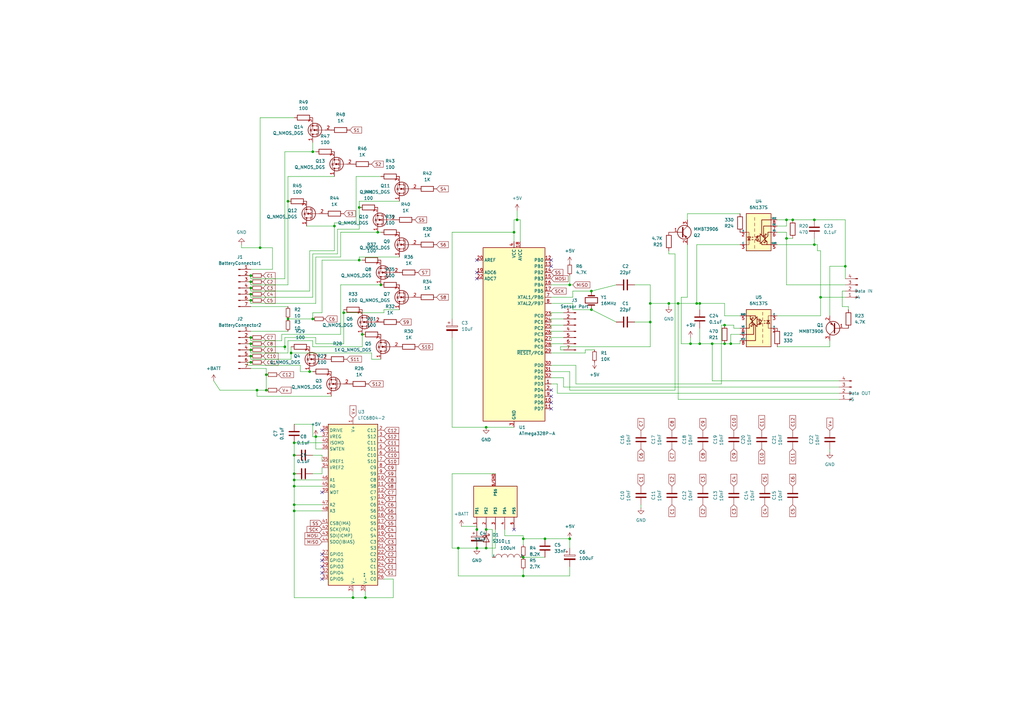
<source format=kicad_sch>
(kicad_sch (version 20211123) (generator eeschema)
  (paper "A3")
  (junction (at 154.94 95.25))
  (junction (at 325.12 90.17))
  (junction (at 116.84 142.24))
  (junction (at 334.01 100.33))
  (junction (at 336.55 121.92))
  (junction (at 199.39 224.79))
  (junction (at 297.18 140.97))
  (junction (at 120.65 207.01))
  (junction (at 118.11 130.81))
  (junction (at 287.02 124.46))
  (junction (at 195.58 217.17))
  (junction (at 292.1 140.97))
  (junction (at 149.86 245.11))
  (junction (at 144.78 245.11))
  (junction (at 274.32 124.46))
  (junction (at 223.52 220.98))
  (junction (at 102.87 118.11))
  (junction (at 214.63 236.22))
  (junction (at 278.13 124.46))
  (junction (at 285.75 124.46))
  (junction (at 137.16 92.71))
  (junction (at 283.21 140.97))
  (junction (at 297.18 133.35))
  (junction (at 102.87 140.97))
  (junction (at 119.38 144.78))
  (junction (at 120.65 209.55))
  (junction (at 187.96 224.79))
  (junction (at 102.87 143.51))
  (junction (at 214.63 228.6))
  (junction (at 233.68 116.84))
  (junction (at 210.82 95.25))
  (junction (at 147.32 106.68))
  (junction (at 199.39 175.26))
  (junction (at 102.87 115.57))
  (junction (at 266.7 132.08))
  (junction (at 242.57 119.38))
  (junction (at 140.97 128.27))
  (junction (at 334.01 90.17))
  (junction (at 242.57 127))
  (junction (at 128.27 62.23))
  (junction (at 109.22 160.02))
  (junction (at 199.39 217.17))
  (junction (at 322.58 97.79))
  (junction (at 102.87 120.65))
  (junction (at 118.11 82.55))
  (junction (at 266.7 124.46))
  (junction (at 109.22 153.67))
  (junction (at 148.59 137.16))
  (junction (at 346.71 109.22))
  (junction (at 299.72 140.97))
  (junction (at 233.68 220.98))
  (junction (at 102.87 123.19))
  (junction (at 120.65 186.69))
  (junction (at 195.58 224.79))
  (junction (at 212.09 90.17))
  (junction (at 102.87 148.59))
  (junction (at 102.87 146.05))
  (junction (at 120.65 194.31))
  (junction (at 127 152.4))
  (junction (at 287.02 140.97))
  (junction (at 106.68 101.6))
  (junction (at 322.58 90.17))
  (junction (at 156.21 116.84))
  (junction (at 147.32 85.09))
  (junction (at 129.54 179.07))
  (junction (at 120.65 199.39))
  (junction (at 214.63 220.98))
  (junction (at 105.41 160.02))
  (junction (at 102.87 113.03))
  (junction (at 128.27 130.81))
  (junction (at 120.65 196.85))
  (junction (at 102.87 138.43))
  (junction (at 120.65 181.61))
  (no_connect (at 195.58 106.68))
  (no_connect (at 226.06 109.22))
  (no_connect (at 226.06 106.68))
  (no_connect (at 226.06 160.02))
  (no_connect (at 226.06 162.56))
  (no_connect (at 226.06 165.1))
  (no_connect (at 226.06 167.64))
  (no_connect (at 195.58 111.76))
  (no_connect (at 195.58 114.3))
  (no_connect (at 210.82 217.17))
  (no_connect (at 132.08 176.53))
  (no_connect (at 132.08 237.49))
  (no_connect (at 132.08 234.95))
  (no_connect (at 132.08 232.41))
  (no_connect (at 132.08 229.87))
  (no_connect (at 132.08 227.33))
  (no_connect (at 132.08 201.93))
  (wire (pts (xy 212.09 90.17) (xy 210.82 90.17)))
  (wire (pts (xy 109.22 153.67) (xy 109.22 160.02)))
  (wire (pts (xy 226.06 140.97) (xy 226.06 142.24)))
  (wire (pts (xy 102.87 142.24) (xy 116.84 142.24)))
  (wire (pts (xy 120.65 245.11) (xy 120.65 209.55)))
  (wire (pts (xy 274.32 102.87) (xy 274.32 104.14)))
  (wire (pts (xy 233.68 224.79) (xy 233.68 220.98)))
  (wire (pts (xy 128.27 121.92) (xy 102.87 121.92)))
  (wire (pts (xy 146.05 72.39) (xy 146.05 91.44)))
  (wire (pts (xy 102.87 135.89) (xy 118.11 135.89)))
  (wire (pts (xy 228.6 157.48) (xy 226.06 157.48)))
  (wire (pts (xy 128.27 58.42) (xy 128.27 62.23)))
  (wire (pts (xy 322.58 90.17) (xy 325.12 90.17)))
  (wire (pts (xy 260.35 116.84) (xy 266.7 116.84)))
  (wire (pts (xy 116.84 142.24) (xy 116.84 143.51)))
  (wire (pts (xy 231.14 135.89) (xy 226.06 135.89)))
  (wire (pts (xy 274.32 124.46) (xy 278.13 124.46)))
  (wire (pts (xy 102.87 114.3) (xy 102.87 113.03)))
  (wire (pts (xy 226.06 116.84) (xy 233.68 116.84)))
  (wire (pts (xy 340.36 129.54) (xy 340.36 109.22)))
  (wire (pts (xy 119.38 142.24) (xy 119.38 144.78)))
  (wire (pts (xy 322.58 97.79) (xy 325.12 97.79)))
  (wire (pts (xy 240.03 144.78) (xy 240.03 143.51)))
  (wire (pts (xy 234.95 121.92) (xy 234.95 119.38)))
  (wire (pts (xy 120.65 207.01) (xy 132.08 207.01)))
  (wire (pts (xy 226.06 144.78) (xy 240.03 144.78)))
  (wire (pts (xy 334.01 100.33) (xy 335.28 100.33)))
  (wire (pts (xy 203.2 217.17) (xy 203.2 224.79)))
  (wire (pts (xy 287.02 124.46) (xy 297.18 124.46)))
  (wire (pts (xy 120.65 173.99) (xy 128.27 173.99)))
  (wire (pts (xy 285.75 100.33) (xy 285.75 124.46)))
  (wire (pts (xy 120.65 199.39) (xy 120.65 207.01)))
  (wire (pts (xy 233.68 232.41) (xy 233.68 236.22)))
  (wire (pts (xy 226.06 154.94) (xy 231.14 154.94)))
  (wire (pts (xy 123.19 149.86) (xy 101.6 149.86)))
  (wire (pts (xy 156.21 147.32) (xy 152.4 147.32)))
  (wire (pts (xy 262.89 207.01) (xy 262.89 208.28)))
  (wire (pts (xy 292.1 140.97) (xy 297.18 140.97)))
  (wire (pts (xy 137.16 91.44) (xy 137.16 92.71)))
  (wire (pts (xy 128.27 142.24) (xy 148.59 142.24)))
  (wire (pts (xy 279.4 121.92) (xy 279.4 140.97)))
  (wire (pts (xy 187.96 224.79) (xy 187.96 236.22)))
  (wire (pts (xy 344.17 161.29) (xy 228.6 161.29)))
  (wire (pts (xy 340.36 184.15) (xy 340.36 185.42)))
  (wire (pts (xy 120.65 181.61) (xy 120.65 186.69)))
  (wire (pts (xy 139.7 116.84) (xy 139.7 137.16)))
  (wire (pts (xy 210.82 175.26) (xy 199.39 175.26)))
  (wire (pts (xy 102.87 125.73) (xy 118.11 125.73)))
  (wire (pts (xy 240.03 143.51) (xy 243.84 143.51)))
  (wire (pts (xy 125.73 92.71) (xy 137.16 92.71)))
  (wire (pts (xy 266.7 116.84) (xy 266.7 124.46)))
  (wire (pts (xy 139.7 137.16) (xy 115.57 137.16)))
  (wire (pts (xy 102.87 144.78) (xy 118.11 144.78)))
  (wire (pts (xy 120.65 186.69) (xy 120.65 194.31)))
  (wire (pts (xy 128.27 62.23) (xy 129.54 62.23)))
  (wire (pts (xy 129.54 179.07) (xy 129.54 184.15)))
  (wire (pts (xy 102.87 139.7) (xy 102.87 138.43)))
  (wire (pts (xy 322.58 90.17) (xy 322.58 92.71)))
  (wire (pts (xy 147.32 85.09) (xy 147.32 93.98)))
  (wire (pts (xy 214.63 228.6) (xy 223.52 228.6)))
  (wire (pts (xy 195.58 224.79) (xy 199.39 224.79)))
  (wire (pts (xy 199.39 224.79) (xy 203.2 224.79)))
  (wire (pts (xy 156.21 116.84) (xy 139.7 116.84)))
  (wire (pts (xy 336.55 121.92) (xy 336.55 129.54)))
  (wire (pts (xy 346.71 109.22) (xy 346.71 90.17)))
  (wire (pts (xy 140.97 128.27) (xy 140.97 140.97)))
  (wire (pts (xy 335.28 100.33) (xy 335.28 102.87)))
  (wire (pts (xy 226.06 133.35) (xy 226.06 134.62)))
  (wire (pts (xy 106.68 101.6) (xy 99.06 101.6)))
  (wire (pts (xy 226.06 152.4) (xy 233.68 152.4)))
  (wire (pts (xy 346.71 121.92) (xy 336.55 121.92)))
  (wire (pts (xy 116.84 62.23) (xy 116.84 114.3)))
  (wire (pts (xy 281.94 121.92) (xy 279.4 121.92)))
  (wire (pts (xy 147.32 105.41) (xy 163.83 105.41)))
  (wire (pts (xy 233.68 116.84) (xy 234.95 116.84)))
  (wire (pts (xy 163.83 127) (xy 157.48 127)))
  (wire (pts (xy 129.54 124.46) (xy 102.87 124.46)))
  (wire (pts (xy 260.35 132.08) (xy 266.7 132.08)))
  (wire (pts (xy 318.77 142.24) (xy 340.36 142.24)))
  (wire (pts (xy 231.14 154.94) (xy 231.14 158.75)))
  (wire (pts (xy 278.13 163.83) (xy 278.13 124.46)))
  (wire (pts (xy 303.53 100.33) (xy 285.75 100.33)))
  (wire (pts (xy 156.21 95.25) (xy 154.94 95.25)))
  (wire (pts (xy 120.65 199.39) (xy 120.65 196.85)))
  (wire (pts (xy 185.42 95.25) (xy 185.42 130.81)))
  (wire (pts (xy 129.54 184.15) (xy 132.08 184.15)))
  (wire (pts (xy 226.06 149.86) (xy 236.22 149.86)))
  (wire (pts (xy 123.19 152.4) (xy 123.19 149.86)))
  (wire (pts (xy 132.08 106.68) (xy 132.08 128.27)))
  (wire (pts (xy 226.06 130.81) (xy 226.06 132.08)))
  (wire (pts (xy 128.27 179.07) (xy 129.54 179.07)))
  (wire (pts (xy 303.53 137.16) (xy 299.72 137.16)))
  (wire (pts (xy 231.14 128.27) (xy 226.06 128.27)))
  (wire (pts (xy 102.87 124.46) (xy 102.87 123.19)))
  (wire (pts (xy 118.11 72.39) (xy 118.11 82.55)))
  (wire (pts (xy 135.89 162.56) (xy 105.41 162.56)))
  (wire (pts (xy 300.99 134.62) (xy 303.53 134.62)))
  (wire (pts (xy 207.01 219.71) (xy 214.63 219.71)))
  (wire (pts (xy 266.7 124.46) (xy 266.7 132.08)))
  (wire (pts (xy 128.27 186.69) (xy 132.08 186.69)))
  (wire (pts (xy 140.97 140.97) (xy 129.54 140.97)))
  (wire (pts (xy 276.86 104.14) (xy 276.86 160.02)))
  (wire (pts (xy 278.13 124.46) (xy 285.75 124.46)))
  (wire (pts (xy 185.42 194.31) (xy 185.42 224.79)))
  (wire (pts (xy 149.86 242.57) (xy 149.86 245.11)))
  (wire (pts (xy 102.87 142.24) (xy 102.87 140.97)))
  (wire (pts (xy 199.39 217.17) (xy 201.93 217.17)))
  (wire (pts (xy 128.27 173.99) (xy 128.27 179.07)))
  (wire (pts (xy 115.57 137.16) (xy 115.57 139.7)))
  (wire (pts (xy 152.4 147.32) (xy 152.4 144.78)))
  (wire (pts (xy 144.78 242.57) (xy 144.78 245.11)))
  (wire (pts (xy 144.78 245.11) (xy 149.86 245.11)))
  (wire (pts (xy 161.29 237.49) (xy 161.29 245.11)))
  (wire (pts (xy 106.68 48.26) (xy 106.68 101.6)))
  (wire (pts (xy 226.06 138.43) (xy 226.06 139.7)))
  (wire (pts (xy 281.94 87.63) (xy 281.94 90.17)))
  (wire (pts (xy 149.86 245.11) (xy 161.29 245.11)))
  (wire (pts (xy 118.11 116.84) (xy 102.87 116.84)))
  (wire (pts (xy 213.36 99.06) (xy 213.36 90.17)))
  (wire (pts (xy 281.94 100.33) (xy 281.94 121.92)))
  (wire (pts (xy 109.22 151.13) (xy 109.22 153.67)))
  (wire (pts (xy 128.27 142.24) (xy 128.27 139.7)))
  (wire (pts (xy 300.99 133.35) (xy 300.99 134.62)))
  (wire (pts (xy 120.65 194.31) (xy 120.65 196.85)))
  (wire (pts (xy 152.4 144.78) (xy 119.38 144.78)))
  (wire (pts (xy 285.75 124.46) (xy 287.02 124.46)))
  (wire (pts (xy 139.7 95.25) (xy 139.7 105.41)))
  (wire (pts (xy 102.87 144.78) (xy 102.87 143.51)))
  (wire (pts (xy 226.06 124.46) (xy 234.95 124.46)))
  (wire (pts (xy 102.87 121.92) (xy 102.87 120.65)))
  (wire (pts (xy 213.36 90.17) (xy 212.09 90.17)))
  (wire (pts (xy 132.08 186.69) (xy 132.08 189.23)))
  (wire (pts (xy 128.27 104.14) (xy 128.27 121.92)))
  (wire (pts (xy 154.94 95.25) (xy 139.7 95.25)))
  (wire (pts (xy 132.08 209.55) (xy 120.65 209.55)))
  (wire (pts (xy 346.71 116.84) (xy 322.58 116.84)))
  (wire (pts (xy 303.53 129.54) (xy 297.18 129.54)))
  (wire (pts (xy 252.73 116.84) (xy 242.57 119.38)))
  (wire (pts (xy 231.14 133.35) (xy 226.06 133.35)))
  (wire (pts (xy 129.54 140.97) (xy 129.54 138.43)))
  (wire (pts (xy 228.6 161.29) (xy 228.6 157.48)))
  (wire (pts (xy 127 102.87) (xy 127 119.38)))
  (wire (pts (xy 138.43 93.98) (xy 138.43 104.14)))
  (wire (pts (xy 295.91 157.48) (xy 295.91 133.35)))
  (wire (pts (xy 229.87 142.24) (xy 266.7 142.24)))
  (wire (pts (xy 132.08 181.61) (xy 120.65 181.61)))
  (wire (pts (xy 147.32 105.41) (xy 147.32 106.68)))
  (wire (pts (xy 231.14 158.75) (xy 344.17 158.75)))
  (wire (pts (xy 236.22 149.86) (xy 236.22 157.48)))
  (wire (pts (xy 252.73 132.08) (xy 242.57 127)))
  (wire (pts (xy 233.68 236.22) (xy 214.63 236.22)))
  (wire (pts (xy 233.68 113.03) (xy 233.68 116.84)))
  (wire (pts (xy 147.32 82.55) (xy 163.83 82.55)))
  (wire (pts (xy 299.72 140.97) (xy 303.53 140.97)))
  (wire (pts (xy 318.77 129.54) (xy 336.55 129.54)))
  (wire (pts (xy 146.05 91.44) (xy 137.16 91.44)))
  (wire (pts (xy 234.95 127) (xy 242.57 127)))
  (wire (pts (xy 266.7 124.46) (xy 274.32 124.46)))
  (wire (pts (xy 101.6 148.59) (xy 102.87 148.59)))
  (wire (pts (xy 105.41 160.02) (xy 109.22 160.02)))
  (wire (pts (xy 119.38 144.78) (xy 119.38 147.32)))
  (wire (pts (xy 118.11 139.7) (xy 118.11 144.78)))
  (wire (pts (xy 129.54 138.43) (xy 116.84 138.43)))
  (wire (pts (xy 318.77 95.25) (xy 322.58 95.25)))
  (wire (pts (xy 347.98 125.73) (xy 345.44 125.73)))
  (wire (pts (xy 346.71 114.3) (xy 346.71 109.22)))
  (wire (pts (xy 116.84 114.3) (xy 102.87 114.3)))
  (wire (pts (xy 111.76 110.49) (xy 111.76 101.6)))
  (wire (pts (xy 128.27 128.27) (xy 128.27 130.81)))
  (wire (pts (xy 229.87 143.51) (xy 229.87 142.24)))
  (wire (pts (xy 139.7 105.41) (xy 129.54 105.41)))
  (wire (pts (xy 90.17 160.02) (xy 105.41 160.02)))
  (wire (pts (xy 102.87 118.11) (xy 102.87 119.38)))
  (wire (pts (xy 344.17 156.21) (xy 292.1 156.21)))
  (wire (pts (xy 116.84 138.43) (xy 116.84 142.24)))
  (wire (pts (xy 138.43 104.14) (xy 128.27 104.14)))
  (wire (pts (xy 187.96 224.79) (xy 195.58 224.79)))
  (wire (pts (xy 233.68 160.02) (xy 276.86 160.02)))
  (wire (pts (xy 132.08 194.31) (xy 132.08 191.77)))
  (wire (pts (xy 231.14 138.43) (xy 226.06 138.43)))
  (wire (pts (xy 118.11 139.7) (xy 128.27 139.7)))
  (wire (pts (xy 137.16 72.39) (xy 118.11 72.39)))
  (wire (pts (xy 129.54 105.41) (xy 129.54 124.46)))
  (wire (pts (xy 233.68 152.4) (xy 233.68 160.02)))
  (wire (pts (xy 334.01 90.17) (xy 346.71 90.17)))
  (wire (pts (xy 156.21 72.39) (xy 146.05 72.39)))
  (wire (pts (xy 203.2 194.31) (xy 185.42 194.31)))
  (wire (pts (xy 118.11 130.81) (xy 128.27 130.81)))
  (wire (pts (xy 132.08 199.39) (xy 120.65 199.39)))
  (wire (pts (xy 105.41 162.56) (xy 105.41 160.02)))
  (wire (pts (xy 137.16 92.71) (xy 137.16 102.87)))
  (wire (pts (xy 287.02 140.97) (xy 292.1 140.97)))
  (wire (pts (xy 127 152.4) (xy 123.19 152.4)))
  (wire (pts (xy 102.87 115.57) (xy 102.87 116.84)))
  (wire (pts (xy 157.48 237.49) (xy 161.29 237.49)))
  (wire (pts (xy 132.08 128.27) (xy 128.27 128.27)))
  (wire (pts (xy 318.77 92.71) (xy 322.58 92.71)))
  (wire (pts (xy 144.78 245.11) (xy 120.65 245.11)))
  (wire (pts (xy 116.84 62.23) (xy 128.27 62.23)))
  (wire (pts (xy 128.27 152.4) (xy 127 152.4)))
  (wire (pts (xy 127 119.38) (xy 102.87 119.38)))
  (wire (pts (xy 234.95 124.46) (xy 234.95 127)))
  (wire (pts (xy 274.32 124.46) (xy 274.32 125.73)))
  (wire (pts (xy 318.77 100.33) (xy 334.01 100.33)))
  (wire (pts (xy 137.16 102.87) (xy 127 102.87)))
  (wire (pts (xy 295.91 133.35) (xy 297.18 133.35)))
  (wire (pts (xy 106.68 48.26) (xy 120.65 48.26)))
  (wire (pts (xy 210.82 95.25) (xy 185.42 95.25)))
  (wire (pts (xy 148.59 106.68) (xy 147.32 106.68)))
  (wire (pts (xy 140.97 127) (xy 140.97 128.27)))
  (wire (pts (xy 334.01 97.79) (xy 334.01 100.33)))
  (wire (pts (xy 101.6 149.86) (xy 101.6 148.59)))
  (wire (pts (xy 207.01 217.17) (xy 207.01 219.71)))
  (wire (pts (xy 102.87 147.32) (xy 102.87 146.05)))
  (wire (pts (xy 214.63 220.98) (xy 223.52 220.98)))
  (wire (pts (xy 102.87 151.13) (xy 109.22 151.13)))
  (wire (pts (xy 119.38 147.32) (xy 102.87 147.32)))
  (wire (pts (xy 147.32 82.55) (xy 147.32 85.09)))
  (wire (pts (xy 226.06 121.92) (xy 234.95 121.92)))
  (wire (pts (xy 231.14 143.51) (xy 229.87 143.51)))
  (wire (pts (xy 195.58 215.9) (xy 195.58 217.17)))
  (wire (pts (xy 287.02 134.62) (xy 287.02 140.97)))
  (wire (pts (xy 336.55 102.87) (xy 335.28 102.87)))
  (wire (pts (xy 118.11 82.55) (xy 118.11 116.84)))
  (wire (pts (xy 157.48 127) (xy 157.48 128.27)))
  (wire (pts (xy 345.44 119.38) (xy 346.71 119.38)))
  (wire (pts (xy 147.32 106.68) (xy 132.08 106.68)))
  (wire (pts (xy 111.76 101.6) (xy 106.68 101.6)))
  (wire (pts (xy 336.55 102.87) (xy 336.55 121.92)))
  (wire (pts (xy 102.87 110.49) (xy 111.76 110.49)))
  (wire (pts (xy 266.7 142.24) (xy 266.7 132.08)))
  (wire (pts (xy 132.08 179.07) (xy 129.54 179.07)))
  (wire (pts (xy 147.32 93.98) (xy 138.43 93.98)))
  (wire (pts (xy 99.06 100.33) (xy 99.06 101.6)))
  (wire (pts (xy 322.58 95.25) (xy 322.58 97.79)))
  (wire (pts (xy 189.23 215.9) (xy 195.58 215.9)))
  (wire (pts (xy 115.57 139.7) (xy 102.87 139.7)))
  (wire (pts (xy 303.53 87.63) (xy 281.94 87.63)))
  (wire (pts (xy 233.68 220.98) (xy 223.52 220.98)))
  (wire (pts (xy 297.18 129.54) (xy 297.18 124.46)))
  (wire (pts (xy 148.59 137.16) (xy 148.59 142.24)))
  (wire (pts (xy 87.63 156.21) (xy 90.17 160.02)))
  (wire (pts (xy 210.82 95.25) (xy 210.82 99.06)))
  (wire (pts (xy 199.39 175.26) (xy 185.42 175.26)))
  (wire (pts (xy 347.98 127) (xy 347.98 125.73)))
  (wire (pts (xy 297.18 133.35) (xy 300.99 133.35)))
  (wire (pts (xy 226.06 135.89) (xy 226.06 137.16)))
  (wire (pts (xy 318.77 90.17) (xy 322.58 90.17)))
  (wire (pts (xy 128.27 194.31) (xy 132.08 194.31)))
  (wire (pts (xy 187.96 236.22) (xy 214.63 236.22)))
  (wire (pts (xy 325.12 90.17) (xy 334.01 90.17)))
  (wire (pts (xy 279.4 140.97) (xy 283.21 140.97)))
  (wire (pts (xy 322.58 116.84) (xy 322.58 97.79)))
  (wire (pts (xy 210.82 90.17) (xy 210.82 95.25)))
  (wire (pts (xy 283.21 140.97) (xy 287.02 140.97)))
  (wire (pts (xy 340.36 142.24) (xy 340.36 139.7)))
  (wire (pts (xy 214.63 233.68) (xy 214.63 236.22)))
  (wire (pts (xy 212.09 86.36) (xy 212.09 90.17)))
  (wire (pts (xy 303.53 140.97) (xy 303.53 139.7)))
  (wire (pts (xy 236.22 157.48) (xy 295.91 157.48)))
  (wire (pts (xy 157.48 128.27) (xy 140.97 128.27)))
  (wire (pts (xy 226.06 128.27) (xy 226.06 129.54)))
  (wire (pts (xy 299.72 137.16) (xy 299.72 140.97)))
  (wire (pts (xy 214.63 220.98) (xy 214.63 223.52)))
  (wire (pts (xy 274.32 104.14) (xy 276.86 104.14)))
  (wire (pts (xy 231.14 130.81) (xy 226.06 130.81)))
  (wire (pts (xy 185.42 224.79) (xy 187.96 224.79)))
  (wire (pts (xy 120.65 209.55) (xy 120.65 207.01)))
  (wire (pts (xy 120.65 196.85) (xy 132.08 196.85)))
  (wire (pts (xy 292.1 156.21) (xy 292.1 140.97)))
  (wire (pts (xy 201.93 217.17) (xy 201.93 228.6)))
  (wire (pts (xy 344.17 163.83) (xy 278.13 163.83)))
  (wire (pts (xy 297.18 140.97) (xy 299.72 140.97)))
  (wire (pts (xy 185.42 138.43) (xy 185.42 175.26)))
  (wire (pts (xy 231.14 140.97) (xy 226.06 140.97)))
  (wire (pts (xy 234.95 119.38) (xy 242.57 119.38)))
  (wire (pts (xy 345.44 125.73) (xy 345.44 119.38)))
  (wire (pts (xy 287.02 124.46) (xy 287.02 127)))
  (wire (pts (xy 214.63 219.71) (xy 214.63 220.98)))
  (wire (pts (xy 340.36 109.22) (xy 346.71 109.22)))
  (wire (pts (xy 283.21 138.43) (xy 283.21 140.97)))
  (global_label "MOSI" (shape input) (at 132.08 219.71 180) (property "Intersheet References" "${INTERSHEET_REFS}" (effects hide)))
  (global_label "S6" (shape input) (at 179.07 100.33 0) (property "Intersheet References" "${INTERSHEET_REFS}" (effects hide)))
  (global_label "SS" (shape input) (at 132.08 214.63 180) (property "Intersheet References" "${INTERSHEET_REFS}" (effects hide)))
  (global_label "C1" (shape input) (at 262.89 199.39 90) (property "Intersheet References" "${INTERSHEET_REFS}" (effects hide)))
  (global_label "C5" (shape input) (at 107.95 123.19 0) (property "Intersheet References" "${INTERSHEET_REFS}" (effects hide)))
  (global_label "C12" (shape input) (at 157.48 176.53 0) (property "Intersheet References" "${INTERSHEET_REFS}" (effects hide)))
  (global_label "C1" (shape input) (at 275.59 207.01 270) (property "Intersheet References" "${INTERSHEET_REFS}" (effects hide)))
  (global_label "S12" (shape input) (at 157.48 179.07 0) (property "Intersheet References" "${INTERSHEET_REFS}" (effects hide)))
  (global_label "C9" (shape input) (at 300.99 184.15 270) (property "Intersheet References" "${INTERSHEET_REFS}" (effects hide)))
  (global_label "C5" (shape input) (at 325.12 207.01 270) (property "Intersheet References" "${INTERSHEET_REFS}" (effects hide)))
  (global_label "C11" (shape input) (at 157.48 181.61 0) (property "Intersheet References" "${INTERSHEET_REFS}" (effects hide)))
  (global_label "MOSI" (shape input) (at 226.06 114.3 0) (property "Intersheet References" "${INTERSHEET_REFS}" (effects hide)))
  (global_label "C2" (shape input) (at 107.95 115.57 0) (property "Intersheet References" "${INTERSHEET_REFS}" (effects hide)))
  (global_label "C8" (shape input) (at 157.48 196.85 0) (property "Intersheet References" "${INTERSHEET_REFS}" (effects hide)))
  (global_label "C7" (shape input) (at 275.59 184.15 270) (property "Intersheet References" "${INTERSHEET_REFS}" (effects hide)))
  (global_label "C10" (shape input) (at 107.95 146.05 0) (property "Intersheet References" "${INTERSHEET_REFS}" (effects hide)))
  (global_label "SS" (shape input) (at 226.06 111.76 0) (property "Intersheet References" "${INTERSHEET_REFS}" (effects hide)))
  (global_label "C3" (shape input) (at 157.48 222.25 0) (property "Intersheet References" "${INTERSHEET_REFS}" (effects hide)))
  (global_label "C6" (shape input) (at 157.48 207.01 0) (property "Intersheet References" "${INTERSHEET_REFS}" (effects hide)))
  (global_label "C4" (shape input) (at 300.99 199.39 90) (property "Intersheet References" "${INTERSHEET_REFS}" (effects hide)))
  (global_label "C9" (shape input) (at 107.95 143.51 0) (property "Intersheet References" "${INTERSHEET_REFS}" (effects hide)))
  (global_label "C1" (shape input) (at 157.48 232.41 0) (property "Intersheet References" "${INTERSHEET_REFS}" (effects hide)))
  (global_label "S3" (shape input) (at 157.48 224.79 0) (property "Intersheet References" "${INTERSHEET_REFS}" (effects hide)))
  (global_label "C9" (shape input) (at 288.29 176.53 90) (property "Intersheet References" "${INTERSHEET_REFS}" (effects hide)))
  (global_label "C7" (shape input) (at 262.89 176.53 90) (property "Intersheet References" "${INTERSHEET_REFS}" (effects hide)))
  (global_label "C4" (shape input) (at 107.95 120.65 0) (property "Intersheet References" "${INTERSHEET_REFS}" (effects hide)))
  (global_label "C2" (shape input) (at 157.48 227.33 0) (property "Intersheet References" "${INTERSHEET_REFS}" (effects hide)))
  (global_label "V+" (shape input) (at 340.36 176.53 90) (property "Intersheet References" "${INTERSHEET_REFS}" (effects hide)))
  (global_label "S1" (shape input) (at 143.51 53.34 0) (property "Intersheet References" "${INTERSHEET_REFS}" (effects hide)))
  (global_label "S8" (shape input) (at 157.48 199.39 0) (property "Intersheet References" "${INTERSHEET_REFS}" (effects hide)))
  (global_label "C6" (shape input) (at 133.35 130.81 0) (property "Intersheet References" "${INTERSHEET_REFS}" (effects hide)))
  (global_label "C12" (shape input) (at 325.12 176.53 90) (property "Intersheet References" "${INTERSHEET_REFS}" (effects hide)))
  (global_label "C2" (shape input) (at 275.59 199.39 90) (property "Intersheet References" "${INTERSHEET_REFS}" (effects hide)))
  (global_label "C1" (shape input) (at 107.95 113.03 0) (property "Intersheet References" "${INTERSHEET_REFS}" (effects hide)))
  (global_label "MISO" (shape input) (at 234.95 116.84 0) (property "Intersheet References" "${INTERSHEET_REFS}" (effects hide)))
  (global_label "S2" (shape input) (at 157.48 229.87 0) (property "Intersheet References" "${INTERSHEET_REFS}" (effects hide)))
  (global_label "C12" (shape input) (at 114.3 153.67 0) (property "Intersheet References" "${INTERSHEET_REFS}" (effects hide)))
  (global_label "C4" (shape input) (at 313.69 207.01 270) (property "Intersheet References" "${INTERSHEET_REFS}" (effects hide)))
  (global_label "C5" (shape input) (at 313.69 199.39 90) (property "Intersheet References" "${INTERSHEET_REFS}" (effects hide)))
  (global_label "C11" (shape input) (at 107.95 148.59 0) (property "Intersheet References" "${INTERSHEET_REFS}" (effects hide)))
  (global_label "C10" (shape input) (at 157.48 186.69 0) (property "Intersheet References" "${INTERSHEET_REFS}" (effects hide)))
  (global_label "C8" (shape input) (at 107.95 140.97 0) (property "Intersheet References" "${INTERSHEET_REFS}" (effects hide)))
  (global_label "V+" (shape input) (at 114.3 160.02 0) (property "Intersheet References" "${INTERSHEET_REFS}" (effects hide)))
  (global_label "C3" (shape input) (at 300.99 207.01 270) (property "Intersheet References" "${INTERSHEET_REFS}" (effects hide)))
  (global_label "C2" (shape input) (at 288.29 207.01 270) (property "Intersheet References" "${INTERSHEET_REFS}" (effects hide)))
  (global_label "S5" (shape input) (at 157.48 214.63 0) (property "Intersheet References" "${INTERSHEET_REFS}" (effects hide)))
  (global_label "C6" (shape input) (at 325.12 199.39 90) (property "Intersheet References" "${INTERSHEET_REFS}" (effects hide)))
  (global_label "SCK" (shape input) (at 132.08 217.17 180) (property "Intersheet References" "${INTERSHEET_REFS}" (effects hide)))
  (global_label "C11" (shape input) (at 325.12 184.15 270) (property "Intersheet References" "${INTERSHEET_REFS}" (effects hide)))
  (global_label "S7" (shape input) (at 157.48 204.47 0) (property "Intersheet References" "${INTERSHEET_REFS}" (effects hide)))
  (global_label "C8" (shape input) (at 288.29 184.15 270) (property "Intersheet References" "${INTERSHEET_REFS}" (effects hide)))
  (global_label "SCK" (shape input) (at 226.06 119.38 0) (property "Intersheet References" "${INTERSHEET_REFS}" (effects hide)))
  (global_label "C6" (shape input) (at 262.89 184.15 270) (property "Intersheet References" "${INTERSHEET_REFS}" (effects hide)))
  (global_label "S3" (shape input) (at 140.97 87.63 0) (property "Intersheet References" "${INTERSHEET_REFS}" (effects hide)))
  (global_label "C11" (shape input) (at 312.42 176.53 90) (property "Intersheet References" "${INTERSHEET_REFS}" (effects hide)))
  (global_label "S12" (shape input) (at 151.13 157.48 0) (property "Intersheet References" "${INTERSHEET_REFS}" (effects hide)))
  (global_label "C10" (shape input) (at 312.42 184.15 270) (property "Intersheet References" "${INTERSHEET_REFS}" (effects hide)))
  (global_label "C7" (shape input) (at 107.95 138.43 0) (property "Intersheet References" "${INTERSHEET_REFS}" (effects hide)))
  (global_label "S11" (shape input) (at 142.24 147.32 0) (property "Intersheet References" "${INTERSHEET_REFS}" (effects hide)))
  (global_label "S6" (shape input) (at 157.48 209.55 0) (property "Intersheet References" "${INTERSHEET_REFS}" (effects hide)))
  (global_label "S11" (shape input) (at 157.48 184.15 0) (property "Intersheet References" "${INTERSHEET_REFS}" (effects hide)))
  (global_label "S10" (shape input) (at 171.45 142.24 0) (property "Intersheet References" "${INTERSHEET_REFS}" (effects hide)))
  (global_label "C7" (shape input) (at 157.48 201.93 0) (property "Intersheet References" "${INTERSHEET_REFS}" (effects hide)))
  (global_label "S8" (shape input) (at 179.07 121.92 0) (property "Intersheet References" "${INTERSHEET_REFS}" (effects hide)))
  (global_label "S9" (shape input) (at 163.83 132.08 0) (property "Intersheet References" "${INTERSHEET_REFS}" (effects hide)))
  (global_label "S7" (shape input) (at 171.45 111.76 0) (property "Intersheet References" "${INTERSHEET_REFS}" (effects hide)))
  (global_label "S9" (shape input) (at 157.48 194.31 0) (property "Intersheet References" "${INTERSHEET_REFS}" (effects hide)))
  (global_label "C9" (shape input) (at 157.48 191.77 0) (property "Intersheet References" "${INTERSHEET_REFS}" (effects hide)))
  (global_label "C8" (shape input) (at 275.59 176.53 90) (property "Intersheet References" "${INTERSHEET_REFS}" (effects hide)))
  (global_label "C5" (shape input) (at 157.48 212.09 0) (property "Intersheet References" "${INTERSHEET_REFS}" (effects hide)))
  (global_label "C3" (shape input) (at 288.29 199.39 90) (property "Intersheet References" "${INTERSHEET_REFS}" (effects hide)))
  (global_label "S2" (shape input) (at 152.4 67.31 0) (property "Intersheet References" "${INTERSHEET_REFS}" (effects hide)))
  (global_label "V+" (shape input) (at 144.78 171.45 90) (property "Intersheet References" "${INTERSHEET_REFS}" (effects hide)))
  (global_label "S5" (shape input) (at 170.18 90.17 0) (property "Intersheet References" "${INTERSHEET_REFS}" (effects hide)))
  (global_label "C4" (shape input) (at 157.48 217.17 0) (property "Intersheet References" "${INTERSHEET_REFS}" (effects hide)))
  (global_label "S1" (shape input) (at 157.48 234.95 0) (property "Intersheet References" "${INTERSHEET_REFS}" (effects hide)))
  (global_label "S4" (shape input) (at 179.07 77.47 0) (property "Intersheet References" "${INTERSHEET_REFS}" (effects hide)))
  (global_label "MISO" (shape input) (at 132.08 222.25 180) (property "Intersheet References" "${INTERSHEET_REFS}" (effects hide)))
  (global_label "C10" (shape input) (at 300.99 176.53 90) (property "Intersheet References" "${INTERSHEET_REFS}" (effects hide)))
  (global_label "S10" (shape input) (at 157.48 189.23 0) (property "Intersheet References" "${INTERSHEET_REFS}" (effects hide)))
  (global_label "C3" (shape input) (at 107.95 118.11 0) (property "Intersheet References" "${INTERSHEET_REFS}" (effects hide)))
  (global_label "S4" (shape input) (at 157.48 219.71 0) (property "Intersheet References" "${INTERSHEET_REFS}" (effects hide)))
  (symbol (lib_id "Device:R_Small") (at 105.41 115.57 90) (unit 1)
    (property "Reference" "R8" (effects hide))
    (property "Value" "100" (effects hide))
    (property "Footprint" "Resistor_SMD:R_0603_1608Metric_Pad0.98x0.95mm_HandSolder" (effects hide))
  )
  (symbol (lib_id "Device:C_Polarized") (at 233.68 228.6 0) (unit 1)
    (property "Reference" "C6" (at 237.49 226.4409 0) (effects (justify left)))
    (property "Value" "100uF" (at 237.49 228.9809 0) (effects (justify left)))
    (property "Footprint" "Capacitor_SMD:CP_Elec_3x5.3" (effects hide))
  )
  (symbol (lib_id "Device:R_Small") (at 105.41 120.65 90) (unit 1)
    (property "Reference" "R10" (effects hide))
    (property "Value" "100" (effects hide))
    (property "Footprint" "Resistor_SMD:R_0603_1608Metric_Pad0.98x0.95mm_HandSolder" (effects hide))
  )
  (symbol (lib_id "Device:C") (at 334.01 93.98 0) (unit 1)
    (property "Reference" "C23" (at 337.82 92.7099 0) (effects (justify left)))
    (property "Value" "0.1uF" (at 337.82 95.2499 0) (effects (justify left)))
    (property "Footprint" "Capacitor_SMD:C_0201_0603Metric_Pad0.64x0.40mm_HandSolder" (effects hide))
  )
  (symbol (lib_id "XL7015:XL7015") (at 203.2 207.01 0) (unit 1)
    (property "Reference" "U2" (effects hide))
    (property "Value" "XL7015" (effects hide))
    (property "Footprint" "TO-252-5L" (effects hide))
  )
  (symbol (lib_id "Device:R") (at 303.53 91.44 180) (unit 1)
    (property "Reference" "R24" (at 300.99 92.7101 0) (effects (justify left)))
    (property "Value" "330" (at 300.99 90.1701 0) (effects (justify left)))
    (property "Footprint" "Resistor_SMD:R_0201_0603Metric_Pad0.64x0.40mm_HandSolder" (effects hide))
  )
  (symbol (lib_id "Device:R") (at 121.92 82.55 270) (unit 1)
    (property "Reference" "R45" (at 121.92 76.2 90))
    (property "Value" "100" (at 121.92 78.74 90))
    (property "Footprint" "Resistor_SMD:R_0201_0603Metric_Pad0.64x0.40mm_HandSolder" (effects hide))
  )
  (symbol (lib_id "Device:C") (at 275.59 180.34 180) (unit 1)
    (property "Reference" "C17" (at 267.97 180.34 90))
    (property "Value" "10nF" (at 270.51 180.34 90))
    (property "Footprint" "Capacitor_SMD:C_0603_1608Metric_Pad1.08x0.95mm_HandSolder" (effects hide))
  )
  (symbol (lib_id "Device:R") (at 160.02 116.84 270) (unit 1)
    (property "Reference" "R35" (at 160.02 110.49 90))
    (property "Value" "100" (at 160.02 113.03 90))
    (property "Footprint" "Resistor_SMD:R_0201_0603Metric_Pad0.64x0.40mm_HandSolder" (effects hide))
  )
  (symbol (lib_id "Device:R_Small") (at 118.11 133.35 0) (unit 1)
    (property "Reference" "R3" (at 120.65 132.0799 0) (effects (justify left)))
    (property "Value" "10" (at 120.65 134.6199 0) (effects (justify left)))
  )
  (symbol (lib_id "Device:Q_NMOS_DGS") (at 151.13 132.08 180) (unit 1)
    (property "Reference" "Q6" (at 144.78 130.8099 0) (effects (justify left)))
    (property "Value" "Q_NMOS_DGS" (at 144.78 133.3499 0) (effects (justify left)))
  )
  (symbol (lib_id "Device:R_Small") (at 105.41 138.43 90) (unit 1)
    (property "Reference" "R13" (effects hide))
    (property "Value" "100" (effects hide))
    (property "Footprint" "Resistor_SMD:R_0603_1608Metric_Pad0.98x0.95mm_HandSolder" (effects hide))
  )
  (symbol (lib_id "Device:Q_NMOS_DGS") (at 157.48 90.17 180) (unit 1)
    (property "Reference" "Q10" (at 151.13 88.8999 0) (effects (justify left)))
    (property "Value" "Q_NMOS_DGS" (at 151.13 91.4399 0) (effects (justify left)))
  )
  (symbol (lib_id "Device:Q_NMOS_DGS") (at 139.7 67.31 180) (unit 1)
    (property "Reference" "Q13" (at 133.35 66.0399 0) (effects (justify left)))
    (property "Value" "Q_NMOS_DGS" (at 133.35 68.5799 0) (effects (justify left)))
  )
  (symbol (lib_id "Device:R") (at 318.77 138.43 0) (unit 1)
    (property "Reference" "R22" (at 321.31 137.1599 0) (effects (justify left)))
    (property "Value" "330" (at 321.31 139.6999 0) (effects (justify left)))
    (property "Footprint" "Resistor_SMD:R_0201_0603Metric_Pad0.64x0.40mm_HandSolder" (effects hide))
  )
  (symbol (lib_id "Connector:Conn_01x04_Male") (at 351.79 119.38 180) (unit 1)
    (property "Reference" "J4" (at 350.52 121.9201 0) (effects (justify right)))
    (property "Value" "Data IN" (at 350.52 119.3801 0) (effects (justify right)))
  )
  (symbol (lib_id "Device:R") (at 167.64 111.76 270) (unit 1)
    (property "Reference" "R36" (at 167.64 105.41 90))
    (property "Value" "1K" (at 167.64 107.95 90))
    (property "Footprint" "Resistor_SMD:R_0201_0603Metric_Pad0.64x0.40mm_HandSolder" (effects hide))
  )
  (symbol (lib_id "Device:C") (at 288.29 203.2 180) (unit 1)
    (property "Reference" "C12" (at 280.67 203.2 90))
    (property "Value" "10nF" (at 283.21 203.2 90))
    (property "Footprint" "Capacitor_SMD:C_0603_1608Metric_Pad1.08x0.95mm_HandSolder" (effects hide))
  )
  (symbol (lib_id "Device:C") (at 223.52 224.79 180) (unit 1)
    (property "Reference" "C5" (at 227.33 223.5199 0) (effects (justify right)))
    (property "Value" "33nF" (at 227.33 226.0599 0) (effects (justify right)))
    (property "Footprint" "Capacitor_SMD:C_0603_1608Metric_Pad1.08x0.95mm_HandSolder" (effects hide))
  )
  (symbol (lib_id "Device:Q_NMOS_DGS") (at 130.81 53.34 180) (unit 1)
    (property "Reference" "Q14" (at 124.46 52.0699 0) (effects (justify left)))
    (property "Value" "Q_NMOS_DGS" (at 124.46 54.6099 0) (effects (justify left)))
  )
  (symbol (lib_id "Transistor_BJT:MMBT3906") (at 342.9 134.62 180) (unit 1)
    (property "Reference" "Q1" (at 337.82 133.3499 0) (effects (justify left)))
    (property "Value" "MMBT3906" (at 337.82 135.8899 0) (effects (justify left)))
    (property "Footprint" "Package_TO_SOT_SMD:SOT-23" (effects hide))
    (property "Datasheet" "https://www.onsemi.com/pub/Collateral/2N3906-D.PDF" (effects hide))
  )
  (symbol (lib_id "Isolator:6N137") (at 311.15 134.62 180) (unit 1)
    (property "Reference" "U5" (at 311.15 121.92 0))
    (property "Value" "6N137S" (at 311.15 124.46 0))
    (property "Footprint" "Package_DIP:DIP-8_W7.62mm" (effects hide))
    (property "Datasheet" "https://docs.broadcom.com/docs/AV02-0940EN" (effects hide))
  )
  (symbol (lib_id "Device:C") (at 262.89 203.2 180) (unit 1)
    (property "Reference" "C10" (at 255.27 203.2 90))
    (property "Value" "10nF" (at 257.81 203.2 90))
    (property "Footprint" "Capacitor_SMD:C_0603_1608Metric_Pad1.08x0.95mm_HandSolder" (effects hide))
  )
  (symbol (lib_id "Device:R") (at 325.12 93.98 0) (unit 1)
    (property "Reference" "R20" (at 327.66 92.7099 0) (effects (justify left)))
    (property "Value" "470" (at 327.66 95.2499 0) (effects (justify left)))
    (property "Footprint" "Resistor_SMD:R_0201_0603Metric_Pad0.64x0.40mm_HandSolder" (effects hide))
  )
  (symbol (lib_id "Device:R_Small") (at 105.41 146.05 90) (unit 1)
    (property "Reference" "R16" (effects hide))
    (property "Value" "100" (effects hide))
    (property "Footprint" "Resistor_SMD:R_0603_1608Metric_Pad0.98x0.95mm_HandSolder" (effects hide))
  )
  (symbol (lib_id "power:+5V") (at 233.68 107.95 0) (unit 1)
    (property "Reference" "#PWR0112" (effects hide))
    (property "Value" "+5V" (at 233.68 102.87 0))
  )
  (symbol (lib_id "power:+5V") (at 129.54 179.07 0) (unit 1)
    (property "Reference" "#PWR0109" (effects hide))
    (property "Value" "+5V" (at 129.54 173.99 0))
  )
  (symbol (lib_id "Device:Crystal") (at 242.57 123.19 270) (unit 1)
    (property "Reference" "Y1" (at 246.38 121.9199 90) (effects (justify left)))
    (property "Value" "16MHz" (at 246.38 124.4599 90) (effects (justify left)))
    (property "Footprint" "Crystal:Crystal_HC49-U_Vertical" (effects hide))
  )
  (symbol (lib_id "MCU_Microchip_ATmega:ATmega328P-A") (at 210.82 137.16 0) (unit 1)
    (property "Reference" "U1" (at 212.8394 175.26 0) (effects (justify left)))
    (property "Value" "ATmega328P-A" (at 212.8394 177.8 0) (effects (justify left)))
    (property "Footprint" "Package_QFP:TQFP-32_7x7mm_P0.8mm" (effects hide))
    (property "Datasheet" "http://ww1.microchip.com/downloads/en/DeviceDoc/ATmega328_P%20AVR%20MCU%20with%20picoPower%20Technology%20Data%20Sheet%2040001984A.pdf" (effects hide))
  )
  (symbol (lib_id "Connector:Conn_01x07_Male") (at 97.79 118.11 0) (unit 1)
    (property "Reference" "J1" (at 98.425 105.41 0))
    (property "Value" "BatteryConnector1" (at 98.425 107.95 0))
  )
  (symbol (lib_id "Device:R") (at 274.32 99.06 180) (unit 1)
    (property "Reference" "R25" (at 271.78 100.3301 0) (effects (justify left)))
    (property "Value" "4.7K" (at 271.78 97.7901 0) (effects (justify left)))
    (property "Footprint" "Resistor_SMD:R_0201_0603Metric_Pad0.64x0.40mm_HandSolder" (effects hide))
  )
  (symbol (lib_id "power:+5V") (at 212.09 86.36 0) (unit 1)
    (property "Reference" "#PWR0103" (effects hide))
    (property "Value" "+5V" (at 212.09 81.28 0))
  )
  (symbol (lib_id "Device:C") (at 300.99 203.2 180) (unit 1)
    (property "Reference" "C13" (at 293.37 203.2 90))
    (property "Value" "10nF" (at 295.91 203.2 90))
    (property "Footprint" "Capacitor_SMD:C_0603_1608Metric_Pad1.08x0.95mm_HandSolder" (effects hide))
  )
  (symbol (lib_id "Device:R") (at 139.7 53.34 270) (unit 1)
    (property "Reference" "R48" (at 139.7 46.99 90))
    (property "Value" "1K" (at 139.7 49.53 90))
    (property "Footprint" "Resistor_SMD:R_0201_0603Metric_Pad0.64x0.40mm_HandSolder" (effects hide))
  )
  (symbol (lib_id "Device:C") (at 256.54 116.84 90) (unit 1)
    (property "Reference" "C2" (at 256.54 109.22 90))
    (property "Value" "22pF" (at 256.54 111.76 90))
    (property "Footprint" "Capacitor_SMD:C_0603_1608Metric_Pad1.08x0.95mm_HandSolder" (effects hide))
  )
  (symbol (lib_id "power:GND") (at 340.36 185.42 0) (unit 1)
    (property "Reference" "#PWR0114" (effects hide))
    (property "Value" "GND" (at 340.36 190.5 0))
  )
  (symbol (lib_id "Device:C") (at 120.65 177.8 180) (unit 1)
    (property "Reference" "C7" (at 113.03 177.8 90))
    (property "Value" "0.1uF" (at 115.57 177.8 90))
    (property "Footprint" "Capacitor_SMD:C_0603_1608Metric_Pad1.08x0.95mm_HandSolder" (effects hide))
  )
  (symbol (lib_id "Device:C") (at 288.29 180.34 180) (unit 1)
    (property "Reference" "C18" (at 280.67 180.34 90))
    (property "Value" "10nF" (at 283.21 180.34 90))
    (property "Footprint" "Capacitor_SMD:C_0603_1608Metric_Pad1.08x0.95mm_HandSolder" (effects hide))
  )
  (symbol (lib_id "Device:R") (at 138.43 147.32 270) (unit 1)
    (property "Reference" "R28" (at 138.43 140.97 90))
    (property "Value" "1K" (at 138.43 143.51 90))
    (property "Footprint" "Resistor_SMD:R_0201_0603Metric_Pad0.64x0.40mm_HandSolder" (effects hide))
  )
  (symbol (lib_id "Device:Q_NMOS_DGS") (at 166.37 100.33 180) (unit 1)
    (property "Reference" "Q9" (at 160.02 99.0599 0) (effects (justify left)))
    (property "Value" "Q_NMOS_DGS" (at 160.02 101.5999 0) (effects (justify left)))
  )
  (symbol (lib_id "Device:R") (at 175.26 121.92 270) (unit 1)
    (property "Reference" "R34" (at 175.26 115.57 90))
    (property "Value" "1K" (at 175.26 118.11 90))
    (property "Footprint" "Resistor_SMD:R_0201_0603Metric_Pad0.64x0.40mm_HandSolder" (effects hide))
  )
  (symbol (lib_id "Transistor_BJT:MMBT3906") (at 279.4 95.25 0) (unit 1)
    (property "Reference" "Q2" (at 284.48 96.5201 0) (effects (justify left)))
    (property "Value" "MMBT3906" (at 284.48 93.9801 0) (effects (justify left)))
    (property "Footprint" "Package_TO_SOT_SMD:SOT-23" (effects hide))
    (property "Datasheet" "https://www.onsemi.com/pub/Collateral/2N3906-D.PDF" (effects hide))
  )
  (symbol (lib_id "Device:R_Small") (at 105.41 140.97 90) (unit 1)
    (property "Reference" "R14" (effects hide))
    (property "Value" "100" (effects hide))
    (property "Footprint" "Resistor_SMD:R_0603_1608Metric_Pad0.98x0.95mm_HandSolder" (effects hide))
  )
  (symbol (lib_id "Device:Q_NMOS_DGS") (at 166.37 121.92 180) (unit 1)
    (property "Reference" "Q7" (at 160.02 120.6499 0) (effects (justify left)))
    (property "Value" "Q_NMOS_DGS" (at 160.02 123.1899 0) (effects (justify left)))
  )
  (symbol (lib_id "Device:C") (at 287.02 130.81 0) (unit 1)
    (property "Reference" "C24" (at 290.83 129.5399 0) (effects (justify left)))
    (property "Value" "0.1uF" (at 290.83 132.0799 0) (effects (justify left)))
    (property "Footprint" "Capacitor_SMD:C_0201_0603Metric_Pad0.64x0.40mm_HandSolder" (effects hide))
  )
  (symbol (lib_id "Device:C") (at 300.99 180.34 180) (unit 1)
    (property "Reference" "C19" (at 293.37 180.34 90))
    (property "Value" "10nF" (at 295.91 180.34 90))
    (property "Footprint" "Capacitor_SMD:C_0603_1608Metric_Pad1.08x0.95mm_HandSolder" (effects hide))
  )
  (symbol (lib_id "Device:C") (at 262.89 180.34 180) (unit 1)
    (property "Reference" "C16" (at 255.27 180.34 90))
    (property "Value" "10nF" (at 257.81 180.34 90))
    (property "Footprint" "Capacitor_SMD:C_0603_1608Metric_Pad1.08x0.95mm_HandSolder" (effects hide))
  )
  (symbol (lib_id "Battery_Management:LTC6804-1") (at 144.78 207.01 0) (unit 1)
    (property "Reference" "U3" (at 146.7994 168.91 0) (effects (justify left)))
    (property "Value" "LTC6804-2" (at 146.7994 171.45 0) (effects (justify left)))
    (property "Footprint" "Package_SO:SSOP-48_5.3x12.8mm_P0.5mm" (effects hide))
    (property "Datasheet" "https://www.analog.com/media/en/technical-documentation/data-sheets/680412fc.pdf" (effects hide))
  )
  (symbol (lib_id "Device:R") (at 151.13 85.09 270) (unit 1)
    (property "Reference" "R41" (at 151.13 78.74 90))
    (property "Value" "100" (at 151.13 81.28 90))
    (property "Footprint" "Resistor_SMD:R_0201_0603Metric_Pad0.64x0.40mm_HandSolder" (effects hide))
  )
  (symbol (lib_id "Device:C_Polarized") (at 185.42 134.62 0) (unit 1)
    (property "Reference" "C3" (at 189.23 132.4609 0) (effects (justify left)))
    (property "Value" "10uF" (at 189.23 135.0009 0) (effects (justify left)))
    (property "Footprint" "Capacitor_SMD:CP_Elec_3x5.3" (effects hide))
  )
  (symbol (lib_id "Device:R") (at 124.46 48.26 270) (unit 1)
    (property "Reference" "R49" (at 124.46 41.91 90))
    (property "Value" "100" (at 124.46 44.45 90))
    (property "Footprint" "Resistor_SMD:R_0201_0603Metric_Pad0.64x0.40mm_HandSolder" (effects hide))
  )
  (symbol (lib_id "Device:R") (at 175.26 77.47 270) (unit 1)
    (property "Reference" "R42" (at 175.26 71.12 90))
    (property "Value" "1K" (at 175.26 73.66 90))
    (property "Footprint" "Resistor_SMD:R_0201_0603Metric_Pad0.64x0.40mm_HandSolder" (effects hide))
  )
  (symbol (lib_id "power:+5V") (at 283.21 138.43 0) (unit 1)
    (property "Reference" "#PWR0113" (effects hide))
    (property "Value" "+5V" (at 283.21 133.35 0))
  )
  (symbol (lib_id "Device:R_Small") (at 105.41 118.11 90) (unit 1)
    (property "Reference" "R9" (effects hide))
    (property "Value" "100" (effects hide))
    (property "Footprint" "Resistor_SMD:R_0603_1608Metric_Pad0.98x0.95mm_HandSolder" (effects hide))
  )
  (symbol (lib_id "power:GND") (at 99.06 100.33 180) (unit 1)
    (property "Reference" "#PWR0101" (effects hide))
    (property "Value" "GND" (at 99.06 95.25 0))
  )
  (symbol (lib_id "Device:R_Small") (at 105.41 148.59 90) (unit 1)
    (property "Reference" "R17" (effects hide))
    (property "Value" "100" (effects hide))
    (property "Footprint" "Resistor_SMD:R_0603_1608Metric_Pad0.98x0.95mm_HandSolder" (effects hide))
  )
  (symbol (lib_id "Device:C") (at 124.46 186.69 90) (unit 1)
    (property "Reference" "C8" (at 124.46 179.07 90))
    (property "Value" "0.1uF" (at 124.46 181.61 90))
    (property "Footprint" "Capacitor_SMD:C_0603_1608Metric_Pad1.08x0.95mm_HandSolder" (effects hide))
  )
  (symbol (lib_id "power:+5V") (at 233.68 220.98 0) (unit 1)
    (property "Reference" "#PWR0106" (effects hide))
    (property "Value" "+5V" (at 233.68 215.9 0))
  )
  (symbol (lib_id "Device:R") (at 148.59 67.31 270) (unit 1)
    (property "Reference" "R46" (at 148.59 60.96 90))
    (property "Value" "1K" (at 148.59 63.5 90))
    (property "Footprint" "Resistor_SMD:R_0201_0603Metric_Pad0.64x0.40mm_HandSolder" (effects hide))
  )
  (symbol (lib_id "Isolator:6N137") (at 311.15 95.25 0) (unit 1)
    (property "Reference" "U4" (at 311.15 82.55 0))
    (property "Value" "6N137S" (at 311.15 85.09 0))
    (property "Footprint" "Package_DIP:DIP-8_W7.62mm" (effects hide))
    (property "Datasheet" "https://docs.broadcom.com/docs/AV02-0940EN" (effects hide))
  )
  (symbol (lib_id "Device:R") (at 147.32 157.48 270) (unit 1)
    (property "Reference" "R26" (at 147.32 151.13 90))
    (property "Value" "1K" (at 147.32 153.67 90))
    (property "Footprint" "Resistor_SMD:R_0201_0603Metric_Pad0.64x0.40mm_HandSolder" (effects hide))
  )
  (symbol (lib_id "power:GND") (at 199.39 175.26 0) (unit 1)
    (property "Reference" "#PWR0105" (effects hide))
    (property "Value" "GND" (at 199.39 180.34 0))
  )
  (symbol (lib_id "Device:C") (at 340.36 180.34 180) (unit 1)
    (property "Reference" "C22" (at 332.74 180.34 90))
    (property "Value" "10nF" (at 335.28 180.34 90))
    (property "Footprint" "Capacitor_SMD:C_0603_1608Metric_Pad1.08x0.95mm_HandSolder" (effects hide))
  )
  (symbol (lib_id "Device:R_Small") (at 243.84 146.05 0) (unit 1)
    (property "Reference" "R1" (at 246.38 144.7799 0) (effects (justify left)))
    (property "Value" "10K" (at 246.38 147.3199 0) (effects (justify left)))
    (property "Footprint" "Resistor_SMD:R_0603_1608Metric_Pad0.98x0.95mm_HandSolder" (effects hide))
  )
  (symbol (lib_id "power:+BATT") (at 189.23 215.9 0) (unit 1)
    (property "Reference" "#PWR0110" (effects hide))
    (property "Value" "+BATT" (at 189.23 210.82 0))
  )
  (symbol (lib_id "Connector:Conn_01x04_Male") (at 349.25 161.29 180) (unit 1)
    (property "Reference" "J5" (at 347.98 163.8301 0) (effects (justify right)))
    (property "Value" "Data OUT" (at 347.98 161.2901 0) (effects (justify right)))
  )
  (symbol (lib_id "Device:R") (at 123.19 142.24 270) (unit 1)
    (property "Reference" "R29" (at 123.19 135.89 90))
    (property "Value" "100" (at 123.19 138.43 90))
    (property "Footprint" "Resistor_SMD:R_0201_0603Metric_Pad0.64x0.40mm_HandSolder" (effects hide))
  )
  (symbol (lib_id "Device:R_Small") (at 130.81 130.81 90) (unit 1)
    (property "Reference" "R12" (effects hide))
    (property "Value" "100" (effects hide))
    (property "Footprint" "Resistor_SMD:R_0603_1608Metric_Pad0.98x0.95mm_HandSolder" (effects hide))
  )
  (symbol (lib_id "Device:R_Small") (at 105.41 143.51 90) (unit 1)
    (property "Reference" "R15" (effects hide))
    (property "Value" "100" (effects hide))
    (property "Footprint" "Resistor_SMD:R_0603_1608Metric_Pad0.98x0.95mm_HandSolder" (effects hide))
  )
  (symbol (lib_id "Device:R") (at 297.18 137.16 180) (unit 1)
    (property "Reference" "R21" (at 294.64 138.4301 0) (effects (justify left)))
    (property "Value" "470" (at 294.64 135.8901 0) (effects (justify left)))
    (property "Footprint" "Resistor_SMD:R_0201_0603Metric_Pad0.64x0.40mm_HandSolder" (effects hide))
  )
  (symbol (lib_id "Device:R_Small") (at 111.76 153.67 90) (unit 1)
    (property "Reference" "R18" (effects hide))
    (property "Value" "100" (effects hide))
    (property "Footprint" "Resistor_SMD:R_0603_1608Metric_Pad0.98x0.95mm_HandSolder" (effects hide))
  )
  (symbol (lib_id "Device:C") (at 275.59 203.2 180) (unit 1)
    (property "Reference" "C11" (at 267.97 203.2 90))
    (property "Value" "10nF" (at 270.51 203.2 90))
    (property "Footprint" "Capacitor_SMD:C_0603_1608Metric_Pad1.08x0.95mm_HandSolder" (effects hide))
  )
  (symbol (lib_id "Device:R_Small") (at 105.41 113.03 90) (unit 1)
    (property "Reference" "R7" (effects hide))
    (property "Value" "100" (effects hide))
    (property "Footprint" "Resistor_SMD:R_0603_1608Metric_Pad0.98x0.95mm_HandSolder" (effects hide))
  )
  (symbol (lib_id "Device:R") (at 133.35 62.23 270) (unit 1)
    (property "Reference" "R47" (at 133.35 55.88 90))
    (property "Value" "100" (at 133.35 58.42 90))
    (property "Footprint" "Resistor_SMD:R_0201_0603Metric_Pad0.64x0.40mm_HandSolder" (effects hide))
  )
  (symbol (lib_id "Device:R") (at 160.02 95.25 270) (unit 1)
    (property "Reference" "R39" (at 160.02 88.9 90))
    (property "Value" "100" (at 160.02 91.44 90))
    (property "Footprint" "Resistor_SMD:R_0201_0603Metric_Pad0.64x0.40mm_HandSolder" (effects hide))
  )
  (symbol (lib_id "Device:R_Small") (at 111.76 160.02 90) (unit 1)
    (property "Reference" "R19" (effects hide))
    (property "Value" "100" (effects hide))
    (property "Footprint" "Resistor_SMD:R_0603_1608Metric_Pad0.98x0.95mm_HandSolder" (effects hide))
  )
  (symbol (lib_id "Device:C") (at 124.46 194.31 90) (unit 1)
    (property "Reference" "C9" (at 124.46 186.69 90))
    (property "Value" "0.1uF" (at 124.46 189.23 90))
    (property "Footprint" "Capacitor_SMD:C_0603_1608Metric_Pad1.08x0.95mm_HandSolder" (effects hide))
  )
  (symbol (lib_id "Device:R") (at 132.08 152.4 270) (unit 1)
    (property "Reference" "R27" (at 132.08 146.05 90))
    (property "Value" "100" (at 132.08 148.59 90))
    (property "Footprint" "Resistor_SMD:R_0201_0603Metric_Pad0.64x0.40mm_HandSolder" (effects hide))
  )
  (symbol (lib_id "Device:Q_NMOS_DGS") (at 166.37 77.47 180) (unit 1)
    (property "Reference" "Q11" (at 160.02 76.1999 0) (effects (justify left)))
    (property "Value" "Q_NMOS_DGS" (at 160.02 78.7399 0) (effects (justify left)))
  )
  (symbol (lib_id "Device:Q_NMOS_DGS") (at 129.54 147.32 180) (unit 1)
    (property "Reference" "Q4" (at 123.19 146.0499 0) (effects (justify left)))
    (property "Value" "Q_NMOS_DGS" (at 123.19 148.5899 0) (effects (justify left)))
  )
  (symbol (lib_id "Device:C_Polarized") (at 195.58 220.98 0) (unit 1)
    (property "Reference" "C4" (at 199.39 218.8209 0) (effects (justify right)))
    (property "Value" "33uF" (at 199.39 221.3609 0) (effects (justify right)))
    (property "Footprint" "Capacitor_SMD:CP_Elec_3x5.3" (effects hide))
  )
  (symbol (lib_id "Device:R") (at 166.37 90.17 270) (unit 1)
    (property "Reference" "R40" (at 166.37 83.82 90))
    (property "Value" "1K" (at 166.37 86.36 90))
    (property "Footprint" "Resistor_SMD:R_0201_0603Metric_Pad0.64x0.40mm_HandSolder" (effects hide))
  )
  (symbol (lib_id "power:+5V") (at 243.84 148.59 180) (unit 1)
    (property "Reference" "#PWR0108" (effects hide))
    (property "Value" "+5V" (at 243.84 153.67 0))
  )
  (symbol (lib_id "Device:D_Schottky") (at 199.39 220.98 270) (unit 1)
    (property "Reference" "D1" (at 201.93 219.3924 90) (effects (justify left)))
    (property "Value" "S310" (at 201.93 221.9324 90) (effects (justify left)))
    (property "Footprint" "Diode_SMD:D_0201_0603Metric_Pad0.64x0.40mm_HandSolder" (effects hide))
  )
  (symbol (lib_id "Device:C") (at 325.12 203.2 180) (unit 1)
    (property "Reference" "C15" (at 317.5 203.2 90))
    (property "Value" "10nF" (at 320.04 203.2 90))
    (property "Footprint" "Capacitor_SMD:C_0603_1608Metric_Pad1.08x0.95mm_HandSolder" (effects hide))
  )
  (symbol (lib_id "Device:Q_NMOS_DGS") (at 128.27 87.63 180) (unit 1)
    (property "Reference" "Q12" (at 121.92 86.3599 0) (effects (justify left)))
    (property "Value" "Q_NMOS_DGS" (at 121.92 88.8999 0) (effects (justify left)))
  )
  (symbol (lib_id "Device:Q_NMOS_DGS") (at 158.75 111.76 180) (unit 1)
    (property "Reference" "Q8" (at 152.4 110.4899 0) (effects (justify left)))
    (property "Value" "Q_NMOS_DGS" (at 152.4 113.0299 0) (effects (justify left)))
  )
  (symbol (lib_id "Device:C") (at 312.42 180.34 180) (unit 1)
    (property "Reference" "C20" (at 304.8 180.34 90))
    (property "Value" "10nF" (at 307.34 180.34 90))
    (property "Footprint" "Capacitor_SMD:C_0603_1608Metric_Pad1.08x0.95mm_HandSolder" (effects hide))
  )
  (symbol (lib_id "Device:R") (at 144.78 127 270) (unit 1)
    (property "Reference" "R33" (at 144.78 120.65 90))
    (property "Value" "100" (at 144.78 123.19 90))
    (property "Footprint" "Resistor_SMD:R_0201_0603Metric_Pad0.64x0.40mm_HandSolder" (effects hide))
  )
  (symbol (lib_id "Device:R") (at 167.64 142.24 270) (unit 1)
    (property "Reference" "R30" (at 167.64 135.89 90))
    (property "Value" "1K" (at 167.64 138.43 90))
    (property "Footprint" "Resistor_SMD:R_0201_0603Metric_Pad0.64x0.40mm_HandSolder" (effects hide))
  )
  (symbol (lib_id "pspice:INDUCTOR") (at 208.28 228.6 0) (unit 1)
    (property "Reference" "L1" (at 208.28 222.25 0))
    (property "Value" "100uH" (at 208.28 224.79 0))
    (property "Footprint" "Inductor_SMD:L_6.3x6.3_H3" (effects hide))
  )
  (symbol (lib_id "Device:R_Small") (at 118.11 128.27 0) (unit 1)
    (property "Reference" "R2" (at 120.65 126.9999 0) (effects (justify left)))
    (property "Value" "10" (at 120.65 129.5399 0) (effects (justify left)))
  )
  (symbol (lib_id "Device:C") (at 325.12 180.34 180) (unit 1)
    (property "Reference" "C21" (at 317.5 180.34 90))
    (property "Value" "10nF" (at 320.04 180.34 90))
    (property "Footprint" "Capacitor_SMD:C_0603_1608Metric_Pad1.08x0.95mm_HandSolder" (effects hide))
  )
  (symbol (lib_id "Device:C") (at 256.54 132.08 90) (unit 1)
    (property "Reference" "C1" (at 256.54 124.46 90))
    (property "Value" "22pF" (at 256.54 127 90))
    (property "Footprint" "Capacitor_SMD:C_0603_1608Metric_Pad1.08x0.95mm_HandSolder" (effects hide))
  )
  (symbol (lib_id "Connector:Conn_01x07_Male") (at 236.22 135.89 0) (mirror y) (unit 1)
    (property "Reference" "J3" (at 235.585 123.19 0))
    (property "Value" "Sensor Port" (at 235.585 125.73 0))
  )
  (symbol (lib_id "power:GND") (at 195.58 224.79 0) (unit 1)
    (property "Reference" "#PWR0104" (effects hide))
    (property "Value" "GND" (at 195.58 229.87 0))
  )
  (symbol (lib_id "power:+BATT") (at 87.63 156.21 0) (unit 1)
    (property "Reference" "#PWR0102" (effects hide))
    (property "Value" "+BATT" (at 87.63 151.13 0))
  )
  (symbol (lib_id "Device:Q_NMOS_DGS") (at 138.43 157.48 180) (unit 1)
    (property "Reference" "Q3" (at 132.08 156.2099 0) (effects (justify left)))
    (property "Value" "Q_NMOS_DGS" (at 132.08 158.7499 0) (effects (justify left)))
  )
  (symbol (lib_id "Device:R") (at 152.4 137.16 270) (unit 1)
    (property "Reference" "R31" (at 152.4 130.81 90))
    (property "Value" "100" (at 152.4 133.35 90))
    (property "Footprint" "Resistor_SMD:R_0201_0603Metric_Pad0.64x0.40mm_HandSolder" (effects hide))
  )
  (symbol (lib_id "Device:R") (at 175.26 100.33 270) (unit 1)
    (property "Reference" "R38" (at 175.26 93.98 90))
    (property "Value" "1K" (at 175.26 96.52 90))
    (property "Footprint" "Resistor_SMD:R_0201_0603Metric_Pad0.64x0.40mm_HandSolder" (effects hide))
  )
  (symbol (lib_id "Device:C") (at 313.69 203.2 180) (unit 1)
    (property "Reference" "C14" (at 306.07 203.2 90))
    (property "Value" "10nF" (at 308.61 203.2 90))
    (property "Footprint" "Capacitor_SMD:C_0603_1608Metric_Pad1.08x0.95mm_HandSolder" (effects hide))
  )
  (symbol (lib_id "Device:R") (at 137.16 87.63 270) (unit 1)
    (property "Reference" "R44" (at 137.16 81.28 90))
    (property "Value" "1K" (at 137.16 83.82 90))
    (property "Footprint" "Resistor_SMD:R_0201_0603Metric_Pad0.64x0.40mm_HandSolder" (effects hide))
  )
  (symbol (lib_id "Device:R") (at 347.98 130.81 0) (unit 1)
    (property "Reference" "R23" (at 350.52 129.5399 0) (effects (justify left)))
    (property "Value" "4.7K" (at 350.52 132.0799 0) (effects (justify left)))
    (property "Footprint" "Resistor_SMD:R_0201_0603Metric_Pad0.64x0.40mm_HandSolder" (effects hide))
  )
  (symbol (lib_id "Device:R") (at 152.4 106.68 270) (unit 1)
    (property "Reference" "R37" (at 152.4 100.33 90))
    (property "Value" "100" (at 152.4 102.87 90))
    (property "Footprint" "Resistor_SMD:R_0201_0603Metric_Pad0.64x0.40mm_HandSolder" (effects hide))
  )
  (symbol (lib_id "Device:R") (at 160.02 72.39 270) (unit 1)
    (property "Reference" "R43" (at 160.02 66.04 90))
    (property "Value" "100" (at 160.02 68.58 90))
    (property "Footprint" "Resistor_SMD:R_0201_0603Metric_Pad0.64x0.40mm_HandSolder" (effects hide))
  )
  (symbol (lib_id "Device:R_Small") (at 214.63 226.06 0) (unit 1)
    (property "Reference" "R4" (at 217.17 224.7899 0) (effects (justify left)))
    (property "Value" "8.2K" (at 217.17 227.3299 0) (effects (justify left)))
    (property "Footprint" "Resistor_SMD:R_0603_1608Metric_Pad0.98x0.95mm_HandSolder" (effects hide))
  )
  (symbol (lib_id "Device:R") (at 160.02 132.08 270) (unit 1)
    (property "Reference" "R32" (at 160.02 125.73 90))
    (property "Value" "1K" (at 160.02 128.27 90))
    (property "Footprint" "Resistor_SMD:R_0201_0603Metric_Pad0.64x0.40mm_HandSolder" (effects hide))
  )
  (symbol (lib_id "Connector:Conn_01x07_Male") (at 97.79 143.51 0) (unit 1)
    (property "Reference" "J2" (at 98.425 130.81 0))
    (property "Value" "BatteryConnector2" (at 98.425 133.35 0))
  )
  (symbol (lib_id "Device:R_Small") (at 233.68 110.49 0) (unit 1)
    (property "Reference" "R6" (at 236.22 109.2199 0) (effects (justify left)))
    (property "Value" "4.7K" (at 236.22 111.7599 0) (effects (justify left)))
    (property "Footprint" "Resistor_SMD:R_0603_1608Metric_Pad0.98x0.95mm_HandSolder" (effects hide))
  )
  (symbol (lib_id "power:GND") (at 262.89 208.28 0) (unit 1)
    (property "Reference" "#PWR0107" (effects hide))
    (property "Value" "GND" (at 262.89 213.36 0))
  )
  (symbol (lib_id "Device:R_Small") (at 214.63 231.14 0) (unit 1)
    (property "Reference" "R5" (at 217.17 229.8699 0) (effects (justify left)))
    (property "Value" "2.7K" (at 217.17 232.4099 0) (effects (justify left)))
    (property "Footprint" "Resistor_SMD:R_0603_1608Metric_Pad0.98x0.95mm_HandSolder" (effects hide))
  )
  (symbol (lib_id "Device:Q_NMOS_DGS") (at 158.75 142.24 180) (unit 1)
    (property "Reference" "Q5" (at 152.4 140.9699 0) (effects (justify left)))
    (property "Value" "Q_NMOS_DGS" (at 152.4 143.5099 0) (effects (justify left)))
  )
  (symbol (lib_id "Device:R_Small") (at 105.41 123.19 90) (unit 1)
    (property "Reference" "R11" (effects hide))
    (property "Value" "100" (effects hide))
    (property "Footprint" "Resistor_SMD:R_0603_1608Metric_Pad0.98x0.95mm_HandSolder" (effects hide))
  )
  (symbol (lib_id "power:GND") (at 274.32 125.73 0) (unit 1)
    (property "Reference" "#PWR0111" (effects hide))
    (property "Value" "GND" (at 274.32 130.81 0))
  )
)
</source>
